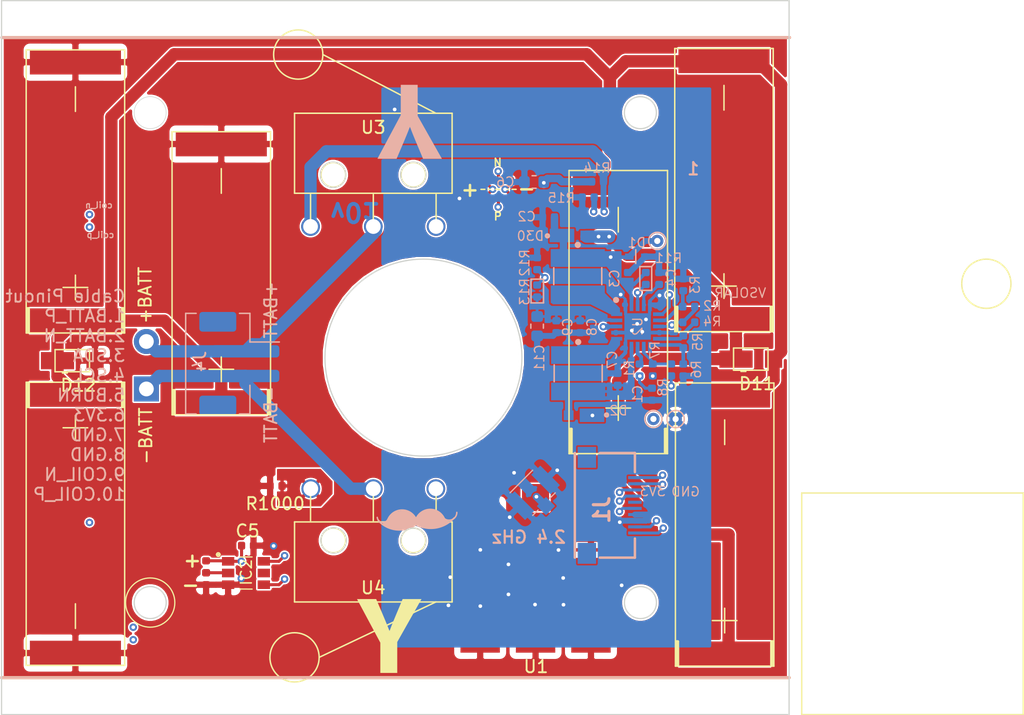
<source format=kicad_pcb>
(kicad_pcb (version 20171130) (host pcbnew "(5.1.4-0-10_14)")
  (layers (0 Top signal) (1 In1.Cu signal hide) (2 In2.Cu signal hide) (3 In3.Cu signal hide) (4 In4.Cu signal hide) (31 Bottom signal hide) (34 B.Paste user hide) (35 F.Paste user) (36 B.SilkS user hide) (37 F.SilkS user) (38 B.Mask user hide) (39 F.Mask user) (44 Edge.Cuts user))
  (net 0 "")
  (net 1 "Net-(D11-Pad2)")
  (net 2 GND)
  (net 3 VOUT_EN)
  (net 4 VSOLAR)
  (net 5 "Net-(C4-Pad1)")
  (net 6 +3V3)
  (net 7 /VBAT)
  (net 8 "Net-(C11-Pad1)")
  (net 9 "Net-(IC2-Pad2)")
  (net 10 SCL1)
  (net 11 SDA1)
  (net 12 COIL_N)
  (net 13 BATT_N)
  (net 14 BATT_P)
  (net 15 "Net-(L1-Pad2)")
  (net 16 "Net-(L2-Pad1)")
  (net 17 VBAT_OK)
  (net 18 "Net-(R5-Pad1)")
  (net 19 COIL_P)
  (net 20 /coil)
  (net 21 "Net-(R2-Pad2)")
  (net 22 "Net-(R2-Pad1)")
  (net 23 "Net-(R4-Pad1)")
  (net 24 "Net-(R11-Pad1)")
  (net 25 "Net-(J2-Pad3)")
  (net 26 "Net-(J3-Pad2)")
  (net 27 "Net-(J3-Pad1)")
  (net 28 "Net-(C7-Pad1)")
  (net 29 /VSOLAR_FULL)
  (net 30 "Net-(R7-Pad2)")
  (net 31 "Net-(R1000-Pad1)")
  (module custom-footprints:XF2M-1015-1A (layer Bottom) (at 164.45 111 90)
    (fp_text reference J1 (at -0.37186 -2.68404 90) (layer B.SilkS) (effects (font (size 1.27 1.27) (thickness 0.254)) (justify mirror)))
    (fp_text value XF2M-1015-1A hide)
    (pad 12 smd rect (at 3.9 -3.9) (size 1.5 1.7) (layers Bottom B.Paste B.Mask))
    (pad 11 smd rect (at -3.9 -3.9) (size 1.5 1.7) (layers Bottom B.Paste B.Mask))
    (pad 1 smd rect (at 2.25 0 90) (size 0.25 1.1) (layers Bottom B.Paste B.Mask) (net 14 BATT_P))
    (pad 2 smd rect (at 1.75 0 90) (size 0.25 1.1) (layers Bottom B.Paste B.Mask) (net 13 BATT_N))
    (pad 3 smd rect (at 1.25 0 90) (size 0.25 1.1) (layers Bottom B.Paste B.Mask) (net 11 SDA1))
    (pad 4 smd rect (at 0.75 0 90) (size 0.25 1.1) (layers Bottom B.Paste B.Mask) (net 10 SCL1))
    (pad 5 smd rect (at 0.25 0 90) (size 0.25 1.1) (layers Bottom B.Paste B.Mask))
    (pad 6 smd rect (at -0.25 0 90) (size 0.25 1.1) (layers Bottom B.Paste B.Mask) (net 6 +3V3))
    (pad 7 smd rect (at -0.75 0 90) (size 0.25 1.1) (layers Bottom B.Paste B.Mask) (net 2 GND))
    (pad 8 smd rect (at -1.25 0 90) (size 0.25 1.1) (layers Bottom B.Paste B.Mask) (net 2 GND))
    (pad 9 smd rect (at -1.75 0 90) (size 0.25 1.1) (layers Bottom B.Paste B.Mask) (net 12 COIL_N))
    (pad 10 smd rect (at -2.25 0 90) (size 0.25 1.1) (layers Bottom B.Paste B.Mask) (net 19 COIL_P))
  )
  (module "SolarCellParts:SB Diode" (layer Top) (at 118.745 99.2505)
    (fp_text reference D12 (at 0.5 2) (layer F.SilkS))
    (fp_text value SBDiode)
    (pad 2 smd rect (at 1.85 0) (size 1.4 1.4) (layers Top F.Paste F.Mask) (net 2 GND))
    (pad 1 smd rect (at -1.2 0) (size 2.7 1.4) (layers Top F.Paste F.Mask) (net 1 "Net-(D11-Pad2)"))
  )
  (module "SolarCellParts:SB Diode" (layer Top) (at 173.863 99.1235)
    (fp_text reference D11 (at 0.5 2) (layer F.SilkS))
    (fp_text value SBDiode)
    (pad 2 smd rect (at 1.85 0) (size 1.4 1.4) (layers Top F.Paste F.Mask) (net 1 "Net-(D11-Pad2)"))
    (pad 1 smd rect (at -1.2 0) (size 2.7 1.4) (layers Top F.Paste F.Mask) (net 29 /VSOLAR_FULL))
  )
  (module custom-footprints:KXOB25-05X3F (layer Top) (at 163.09848 105.8 90)
    (fp_text reference SC3 hide)
    (fp_text value SolarCell_Small)
    (pad 2 smd rect (at 21 0 90) (size 2 7.4) (layers Top F.Paste F.Mask) (net 1 "Net-(D11-Pad2)"))
    (pad 1 smd rect (at 0 0 90) (size 2 7.4) (layers Top F.Paste F.Mask) (net 29 /VSOLAR_FULL))
  )
  (module custom-footprints:SCREWTERMINAL-3.5MM-2_LOCK (layer Bottom) (at 124.7648 101.36886 90)
    (fp_text reference J3 hide)
    (fp_text value "BATTERY CONNECTOR")
    (pad 2 thru_hole circle (at 3.6778 0 90) (size 2.032 2.032) (drill 1.2) (layers *.Cu *.Mask) (net 26 "Net-(J3-Pad2)"))
    (pad 1 thru_hole rect (at -0.1778 0 90) (size 2.032 2.032) (drill 1.2) (layers *.Cu *.Mask) (net 27 "Net-(J3-Pad1)"))
  )
  (module TestPoint:TestPoint_THTPad_D1.0mm_Drill0.5mm (layer Bottom) (at 166.26772 89.52346)
    (fp_text reference TP3 hide)
    (fp_text value TP)
    (pad 1 thru_hole circle (at 0 0) (size 1 1) (drill 0.5) (layers *.Cu *.Mask) (net 4 VSOLAR))
  )
  (module TestPoint:TestPoint_THTPad_D1.0mm_Drill0.5mm (layer Bottom) (at 167.7587 103.9913 90)
    (fp_text reference TP2 hide)
    (fp_text value TP)
    (pad 1 thru_hole circle (at 0 0 90) (size 1 1) (drill 0.5) (layers *.Cu *.Mask) (net 2 GND))
  )
  (module TestPoint:TestPoint_THTPad_D1.0mm_Drill0.5mm (layer Bottom) (at 165.95276 103.98622 90)
    (fp_text reference TP1 hide)
    (fp_text value TP)
    (pad 1 thru_hole circle (at 0 0 90) (size 1 1) (drill 0.5) (layers *.Cu *.Mask) (net 6 +3V3))
  )
  (module Connector_JST:JST_PH_B2B-PH-SM4-TB_1x02-1MP_P2.00mm_Vertical (layer Bottom) (at 132.31622 99.4918 270)
    (fp_text reference J4 (at -0.1778 3.22072 270) (layer B.SilkS) (effects (justify mirror)))
    (fp_text value B2B-PH-SM4-TB_LF__SN_)
    (pad MP smd roundrect (at 3.4 1.75 270) (size 1.6 3) (layers Bottom B.Paste B.Mask) (roundrect_rratio 0.15625))
    (pad MP smd roundrect (at -3.4 1.75 270) (size 1.6 3) (layers Bottom B.Paste B.Mask) (roundrect_rratio 0.15625))
    (pad 2 smd roundrect (at 1 -0.5 270) (size 1 5.5) (layers Bottom B.Paste B.Mask) (net 27 "Net-(J3-Pad1)"))
    (pad 1 smd roundrect (at -1 -0.5 270) (size 1 5.5) (layers Bottom B.Paste B.Mask) (net 26 "Net-(J3-Pad2)"))
  )
  (module solarpcb:D2F-L2 (layer Top) (at 143.2 109.65 180)
    (fp_text reference U4 (at 0 -8.05) (layer F.SilkS))
    (fp_text value SW_SPDT)
    (pad 3 thru_hole circle (at 5.08 0 180) (size 1.524 1.524) (drill 1.2) (layers *.Cu *.Mask) (net 31 "Net-(R1000-Pad1)"))
    (pad 2 thru_hole circle (at 0 0 180) (size 1.524 1.524) (drill 1.2) (layers *.Cu *.Mask) (net 27 "Net-(J3-Pad1)"))
    (pad 1 thru_hole circle (at -5.08 0 180) (size 1.524 1.524) (drill 1.2) (layers *.Cu *.Mask))
  )
  (module solarpcb:D2F-L2-2 (layer Top) (at 143.2 88.35)
    (fp_text reference U3 (at 0 -8.05) (layer F.SilkS))
    (fp_text value SW_SPDT)
    (pad 1 thru_hole circle (at 5.1 0) (size 1.524 1.524) (drill 1.2) (layers *.Cu *.Mask))
    (pad 2 thru_hole circle (at 0 0) (size 1.524 1.524) (drill 1.2) (layers *.Cu *.Mask) (net 26 "Net-(J3-Pad2)"))
    (pad 3 thru_hole circle (at -5.1 0) (size 1.524 1.524) (drill 1.2) (layers *.Cu *.Mask) (net 14 BATT_P))
  )
  (module custom-footprints:TSL2561 (layer Top) (at 132.8546 116.4987)
    (fp_text reference IC2 (at 0.0254 -0.0635 270) (layer F.SilkS) (effects (font (size 0.889 0.889) (thickness 0.127))))
    (fp_text value TSL2561 hide)
    (pad 6 smd rect (at 1.45 -0.95 90) (size 0.7 1) (layers Top F.Paste F.Mask) (net 11 SDA1))
    (pad 5 smd rect (at 1.45 0 90) (size 0.7 1) (layers Top F.Paste F.Mask))
    (pad 4 smd rect (at 1.45 0.95 90) (size 0.7 1) (layers Top F.Paste F.Mask) (net 10 SCL1))
    (pad 3 smd rect (at -1.45 0.95 90) (size 0.7 1) (layers Top F.Paste F.Mask) (net 2 GND))
    (pad 2 smd rect (at -1.45 0 90) (size 0.7 1) (layers Top F.Paste F.Mask) (net 9 "Net-(IC2-Pad2)"))
    (pad 1 smd rect (at -1.45 -0.95 90) (size 0.7 1) (layers Top F.Paste F.Mask) (net 6 +3V3))
  )
  (module custom-footprints:SWLP-12-B (layer Top) (at 156.38018 116.87048 180)
    (fp_text reference U1 (at -0.03302 -7.23392 180) (layer F.SilkS))
    (fp_text value SWLP.12.B)
    (pad 1 smd rect (at -4.5 -4.5 180) (size 3.2 3.2) (layers Top F.Paste F.Mask) (net 2 GND))
    (pad 2 smd rect (at 0 -4.5 180) (size 3.2 3.2) (layers Top F.Paste F.Mask) (net 2 GND))
    (pad 3 smd rect (at 4.5 -4.5 180) (size 3.2 3.2) (layers Top F.Paste F.Mask) (net 2 GND))
    (pad 4 smd rect (at -4.5 0 180) (size 3.2 3.2) (layers Top F.Paste F.Mask) (net 2 GND))
    (pad 5 smd rect (at 0 0 180) (size 3.2 3.2) (layers Top F.Paste F.Mask) (net 2 GND))
    (pad 6 smd rect (at 4.5 0 180) (size 3.2 3.2) (layers Top F.Paste F.Mask) (net 2 GND))
    (pad 7 smd rect (at -4.5 4.5 180) (size 3.2 3.2) (layers Top F.Paste F.Mask) (net 2 GND))
    (pad 8 smd rect (at 0 6.5 180) (size 2.2 2.2) (layers Top F.Paste F.Mask) (net 25 "Net-(J2-Pad3)"))
    (pad 9 smd rect (at 4.5 4.5 180) (size 3.2 3.2) (layers Top F.Paste F.Mask) (net 2 GND))
  )
  (module custom-footprints:KXOB25-05X3F (layer Top) (at 119 96 90)
    (fp_text reference SC6 hide)
    (fp_text value SolarCell_Small)
    (pad 2 smd rect (at 21 0 90) (size 2 7.4) (layers Top F.Paste F.Mask) (net 2 GND))
    (pad 1 smd rect (at 0 0 90) (size 2 7.4) (layers Top F.Paste F.Mask) (net 1 "Net-(D11-Pad2)"))
  )
  (module custom-footprints:KXOB25-05X3F (layer Top) (at 171.7421 123.063 90)
    (fp_text reference SC5 hide)
    (fp_text value SolarCell_Small)
    (pad 2 smd rect (at 21 0 90) (size 2 7.4) (layers Top F.Paste F.Mask) (net 1 "Net-(D11-Pad2)"))
    (pad 1 smd rect (at 0 0 90) (size 2 7.4) (layers Top F.Paste F.Mask) (net 29 /VSOLAR_FULL))
  )
  (module custom-footprints:KXOB25-05X3F (layer Top) (at 130.85 102.65 90)
    (fp_text reference SC4 hide)
    (fp_text value SolarCell_Small)
    (pad 2 smd rect (at 21 0 90) (size 2 7.4) (layers Top F.Paste F.Mask) (net 2 GND))
    (pad 1 smd rect (at 0 0 90) (size 2 7.4) (layers Top F.Paste F.Mask) (net 1 "Net-(D11-Pad2)"))
  )
  (module custom-footprints:KXOB25-05X3F (layer Top) (at 119 102 270)
    (fp_text reference SC2 hide)
    (fp_text value SolarCell_Small)
    (pad 2 smd rect (at 21 0 270) (size 2 7.4) (layers Top F.Paste F.Mask) (net 2 GND))
    (pad 1 smd rect (at 0 0 270) (size 2 7.4) (layers Top F.Paste F.Mask) (net 1 "Net-(D11-Pad2)"))
  )
  (module custom-footprints:KXOB25-05X3F (layer Top) (at 171.68622 95.89008 90)
    (fp_text reference SC1 hide)
    (fp_text value SolarCell_Small)
    (pad 2 smd rect (at 21 0 90) (size 2 7.4) (layers Top F.Paste F.Mask) (net 1 "Net-(D11-Pad2)"))
    (pad 1 smd rect (at 0 0 90) (size 2 7.4) (layers Top F.Paste F.Mask) (net 29 /VSOLAR_FULL))
  )
  (module solarpcb:MICROSMP (layer Bottom) (at 159.1735 89.0815)
    (fp_text reference D30 (at -3.2131 0.0381) (layer B.SilkS) (effects (font (size 0.762 0.762) (thickness 0.1016)) (justify mirror)))
    (fp_text value MSS1P4-M3_89A hide)
    (pad 1 smd rect (at -0.65 0 270) (size 1.1 2) (layers Bottom B.Paste B.Mask) (net 4 VSOLAR))
    (pad 2 smd rect (at 1.25 0 270) (size 0.8 0.8) (layers Bottom B.Paste B.Mask) (net 29 /VSOLAR_FULL))
  )
  (module Resistor_SMD:R_0402_1005Metric (layer Top) (at 135.3 109.425 180)
    (fp_text reference R1000 (at 0.0762 -1.4478) (layer F.SilkS))
    (fp_text value 0)
    (pad 1 smd roundrect (at -0.485 0 180) (size 0.59 0.64) (layers Top F.Paste F.Mask) (net 31 "Net-(R1000-Pad1)"))
    (pad 2 smd roundrect (at 0.485 0 180) (size 0.59 0.64) (layers Top F.Paste F.Mask) (net 2 GND))
  )
  (module custom-footprints:ypanel (layer Bottom) (at 163.01212 80.81264)
    (fp_text reference Ref** hide)
    (fp_text value Val** hide)
  )
  (module custom-footprints:ypanel (layer Top) (at 161.3535 120.65)
    (fp_text reference Ref** hide)
    (fp_text value Val** hide)
  )
  (module Capacitor_SMD:C_0402_1005Metric (layer Top) (at 132.9816 114.2762 180)
    (fp_text reference C5 (at 0 1.1938) (layer F.SilkS))
    (fp_text value 0.1uF)
    (pad 2 smd roundrect (at 0.485 0 180) (size 0.59 0.64) (layers Top F.Paste F.Mask) (net 6 +3V3))
    (pad 1 smd roundrect (at -0.485 0 180) (size 0.59 0.64) (layers Top F.Paste F.Mask) (net 2 GND))
  )
  (module custom-footprints:U.FL-R-SMT-1 (layer Bottom) (at 156.1465 109.982 225)
    (fp_text reference J2 hide)
    (fp_text value U.FL-R-SMT-1 hide)
    (pad 3 smd rect (at 0 -1.525 135) (size 1.05 1.05) (layers Bottom B.Paste B.Mask) (net 25 "Net-(J2-Pad3)"))
    (pad 2 smd rect (at 1.475001 0 225) (size 1.05 2.25) (layers Bottom B.Paste B.Mask) (net 2 GND))
    (pad 1 smd rect (at -1.475001 0 225) (size 1.05 2.25) (layers Bottom B.Paste B.Mask) (net 2 GND))
  )
  (module Resistor_SMD:R_0402_1005Metric (layer Top) (at 153.847 84.6336 180)
    (fp_text reference R19 hide)
    (fp_text value 0)
    (pad 2 smd roundrect (at 0.485 0 180) (size 0.59 0.64) (layers Top F.Paste F.Mask) (net 12 COIL_N))
    (pad 1 smd roundrect (at -0.485 0 180) (size 0.59 0.64) (layers Top F.Paste F.Mask) (net 20 /coil))
  )
  (module Resistor_SMD:R_0402_1005Metric (layer Top) (at 152.87672 84.6336 180)
    (fp_text reference R16 hide)
    (fp_text value 0)
    (pad 2 smd roundrect (at 0.485 0 180) (size 0.59 0.64) (layers Top F.Paste F.Mask) (net 20 /coil))
    (pad 1 smd roundrect (at -0.485 0 180) (size 0.59 0.64) (layers Top F.Paste F.Mask) (net 12 COIL_N))
  )
  (module Resistor_SMD:R_0402_1005Metric (layer Top) (at 153.847 86.0306 180)
    (fp_text reference R10 hide)
    (fp_text value 0)
    (pad 2 smd roundrect (at 0.485 0 180) (size 0.59 0.64) (layers Top F.Paste F.Mask) (net 19 COIL_P))
    (pad 1 smd roundrect (at -0.485 0 180) (size 0.59 0.64) (layers Top F.Paste F.Mask) (net 20 /coil))
  )
  (module Resistor_SMD:R_0402_1005Metric (layer Top) (at 152.87672 86.0306 180)
    (fp_text reference R9 hide)
    (fp_text value 0)
    (pad 2 smd roundrect (at 0.485 0 180) (size 0.59 0.64) (layers Top F.Paste F.Mask) (net 20 /coil))
    (pad 1 smd roundrect (at -0.485 0 180) (size 0.59 0.64) (layers Top F.Paste F.Mask) (net 19 COIL_P))
  )
  (module Resistor_SMD:R_0402_1005Metric (layer Top) (at 129.6161 116.9662 90)
    (fp_text reference R18 hide)
    (fp_text value 0)
    (pad 2 smd roundrect (at 0.485 0 90) (size 0.59 0.64) (layers Top F.Paste F.Mask) (net 9 "Net-(IC2-Pad2)"))
    (pad 1 smd roundrect (at -0.485 0 90) (size 0.59 0.64) (layers Top F.Paste F.Mask) (net 2 GND))
  )
  (module Resistor_SMD:R_0402_1005Metric (layer Top) (at 129.6161 115.9907 90)
    (fp_text reference R17 hide)
    (fp_text value 0)
    (pad 2 smd roundrect (at 0.485 0 90) (size 0.59 0.64) (layers Top F.Paste F.Mask) (net 6 +3V3))
    (pad 1 smd roundrect (at -0.485 0 90) (size 0.59 0.64) (layers Top F.Paste F.Mask) (net 9 "Net-(IC2-Pad2)"))
  )
  (module Capacitor_SMD:C_0603_1608Metric (layer Bottom) (at 156.2608 84.7344 180)
    (fp_text reference C6 (at 2.3368 0 180) (layer B.SilkS) (effects (font (size 0.762 0.762) (thickness 0.1016)) (justify mirror)))
    (fp_text value 100uF)
    (pad 2 smd roundrect (at 0.7875 0 180) (size 0.875 0.95) (layers Bottom B.Paste B.Mask) (net 2 GND))
    (pad 1 smd roundrect (at -0.7875 0 180) (size 0.875 0.95) (layers Bottom B.Paste B.Mask) (net 7 /VBAT))
  )
  (module Capacitor_SMD:C_0402_1005Metric (layer Bottom) (at 158.066844 96.49066 270)
    (fp_text reference C9 (at 0.02034 -0.916156 90) (layer B.SilkS) (effects (font (size 0.762 0.762) (thickness 0.1016)) (justify mirror)))
    (fp_text value 0.1uF)
    (pad 2 smd roundrect (at 0.485 0 270) (size 0.59 0.64) (layers Bottom B.Paste B.Mask) (net 2 GND))
    (pad 1 smd roundrect (at -0.485 0 270) (size 0.59 0.64) (layers Bottom B.Paste B.Mask) (net 8 "Net-(C11-Pad1)"))
  )
  (module misc-circuits:SOD523 (layer Bottom) (at 164.5995 90.796)
    (fp_text reference D1 (at -0.8159 -1.5748) (layer B.SilkS) (effects (font (size 0.762 0.762) (thickness 0.1016)) (justify right top mirror)))
    (fp_text value SDM20U40-7)
    (pad C smd rect (at -0.6 0) (size 0.7 0.5) (layers Bottom B.Paste B.Mask) (net 4 VSOLAR))
    (pad A smd rect (at 0.7 0) (size 0.7 0.5) (layers Bottom B.Paste B.Mask) (net 2 GND))
  )
  (module misc-circuits:QFN50P350X350X100-21N-D (layer Bottom) (at 164.670844 96.47066 270)
    (fp_text reference U2 (at 0 0 90) (layer B.SilkS) (effects (font (size 0.762 0.762) (thickness 0.1016)) (justify mirror)))
    (fp_text value Value hide)
    (pad 21 smd rect (at 0 0 270) (size 2.15 2.15) (layers Bottom B.Paste B.Mask) (net 2 GND))
    (pad 20 smd rect (at -1 1.7 270) (size 0.3 0.9) (layers Bottom B.Paste B.Mask) (net 15 "Net-(L1-Pad2)"))
    (pad 19 smd rect (at -0.5 1.7 270) (size 0.3 0.9) (layers Bottom B.Paste B.Mask) (net 8 "Net-(C11-Pad1)"))
    (pad 18 smd rect (at 0 1.7 270) (size 0.3 0.9) (layers Bottom B.Paste B.Mask) (net 7 /VBAT))
    (pad 17 smd rect (at 0.5 1.7 270) (size 0.3 0.9) (layers Bottom B.Paste B.Mask) (net 2 GND))
    (pad 16 smd rect (at 1 1.7 270) (size 0.3 0.9) (layers Bottom B.Paste B.Mask) (net 16 "Net-(L2-Pad1)"))
    (pad 15 smd rect (at 1.7 1 180) (size 0.3 0.9) (layers Bottom B.Paste B.Mask) (net 2 GND))
    (pad 14 smd rect (at 1.7 0.5 180) (size 0.3 0.9) (layers Bottom B.Paste B.Mask) (net 28 "Net-(C7-Pad1)"))
    (pad 13 smd rect (at 1.7 0 180) (size 0.3 0.9) (layers Bottom B.Paste B.Mask) (net 17 VBAT_OK))
    (pad 12 smd rect (at 1.7 -0.5 180) (size 0.3 0.9) (layers Bottom B.Paste B.Mask) (net 30 "Net-(R7-Pad2)"))
    (pad 11 smd rect (at 1.7 -1 180) (size 0.3 0.9) (layers Bottom B.Paste B.Mask) (net 18 "Net-(R5-Pad1)"))
    (pad 10 smd rect (at 1 -1.7 270) (size 0.3 0.9) (layers Bottom B.Paste B.Mask) (net 23 "Net-(R4-Pad1)"))
    (pad 9 smd rect (at 0.5 -1.7 270) (size 0.3 0.9) (layers Bottom B.Paste B.Mask) (net 2 GND))
    (pad 8 smd rect (at 0 -1.7 270) (size 0.3 0.9) (layers Bottom B.Paste B.Mask) (net 21 "Net-(R2-Pad2)"))
    (pad 7 smd rect (at -0.5 -1.7 270) (size 0.3 0.9) (layers Bottom B.Paste B.Mask) (net 22 "Net-(R2-Pad1)"))
    (pad 6 smd rect (at -1 -1.7 270) (size 0.3 0.9) (layers Bottom B.Paste B.Mask) (net 3 VOUT_EN))
    (pad 5 smd rect (at -1.7 -1 180) (size 0.3 0.9) (layers Bottom B.Paste B.Mask) (net 2 GND))
    (pad 4 smd rect (at -1.7 -0.5 180) (size 0.3 0.9) (layers Bottom B.Paste B.Mask) (net 5 "Net-(C4-Pad1)"))
    (pad 3 smd rect (at -1.7 0 180) (size 0.3 0.9) (layers Bottom B.Paste B.Mask) (net 24 "Net-(R11-Pad1)"))
    (pad 2 smd rect (at -1.7 0.5 180) (size 0.3 0.9) (layers Bottom B.Paste B.Mask) (net 4 VSOLAR))
    (pad 1 smd rect (at -1.7 1 180) (size 0.3 0.9) (layers Bottom B.Paste B.Mask) (net 2 GND))
  )
  (module custom-footprints:MICROSMP (layer Bottom) (at 160.3165 103.6865 180)
    (fp_text reference D2 (at -2.794 0.381 180) (layer B.SilkS) (effects (font (size 0.762 0.762) (thickness 0.1016)) (justify mirror)))
    (fp_text value MSS1P4-M3_89A hide)
    (pad 2 smd rect (at 1.25 0 90) (size 0.8 0.8) (layers Bottom B.Paste B.Mask) (net 28 "Net-(C7-Pad1)"))
    (pad 1 smd rect (at -0.65 0 90) (size 1.1 2) (layers Bottom B.Paste B.Mask) (net 6 +3V3))
  )
  (module Resistor_SMD:R_0402_1005Metric (layer Bottom) (at 168.381 93.082 270)
    (fp_text reference R3 (at 0 -0.9525 270) (layer B.SilkS) (effects (font (size 0.762 0.762) (thickness 0.1016)) (justify mirror)))
    (fp_text value 5.62M)
    (pad 2 smd roundrect (at 0.485 0 270) (size 0.59 0.64) (layers Bottom B.Paste B.Mask) (net 22 "Net-(R2-Pad1)"))
    (pad 1 smd roundrect (at -0.485 0 270) (size 0.59 0.64) (layers Bottom B.Paste B.Mask) (net 2 GND))
  )
  (module Resistor_SMD:R_0402_1005Metric (layer Bottom) (at 168.8255 94.86)
    (fp_text reference R2 (at 1.905 -0.0635 180) (layer B.SilkS) (effects (font (size 0.762 0.762) (thickness 0.1016)) (justify mirror)))
    (fp_text value 7.32M)
    (pad 2 smd roundrect (at 0.485 0) (size 0.59 0.64) (layers Bottom B.Paste B.Mask) (net 21 "Net-(R2-Pad2)"))
    (pad 1 smd roundrect (at -0.485 0) (size 0.59 0.64) (layers Bottom B.Paste B.Mask) (net 22 "Net-(R2-Pad1)"))
  )
  (module Resistor_SMD:R_0402_1005Metric (layer Bottom) (at 156.5065 93.59 90)
    (fp_text reference R13 (at -0.0635 -1.016 90) (layer B.SilkS) (effects (font (size 0.762 0.762) (thickness 0.1016)) (justify mirror)))
    (fp_text value 0)
    (pad 2 smd roundrect (at 0.485 0 90) (size 0.59 0.64) (layers Bottom B.Paste B.Mask) (net 24 "Net-(R11-Pad1)"))
    (pad 1 smd roundrect (at -0.485 0 90) (size 0.59 0.64) (layers Bottom B.Paste B.Mask) (net 8 "Net-(C11-Pad1)"))
  )
  (module Capacitor_SMD:C_0402_1005Metric (layer Bottom) (at 159.999 96.49066 270)
    (fp_text reference C8 (at 0.02034 -0.9525 90) (layer B.SilkS) (effects (font (size 0.762 0.762) (thickness 0.1016)) (justify mirror)))
    (fp_text value 4.7uF)
    (pad 2 smd roundrect (at 0.485 0 270) (size 0.59 0.64) (layers Bottom B.Paste B.Mask) (net 2 GND))
    (pad 1 smd roundrect (at -0.485 0 270) (size 0.59 0.64) (layers Bottom B.Paste B.Mask) (net 8 "Net-(C11-Pad1)"))
  )
  (module Resistor_SMD:R_0402_1005Metric (layer Bottom) (at 168.8255 96.13 180)
    (fp_text reference R4 (at -1.905 0.0635 180) (layer B.SilkS) (effects (font (size 0.762 0.762) (thickness 0.1016)) (justify mirror)))
    (fp_text value 374K)
    (pad 2 smd roundrect (at 0.485 0 180) (size 0.59 0.64) (layers Bottom B.Paste B.Mask) (net 21 "Net-(R2-Pad2)"))
    (pad 1 smd roundrect (at -0.485 0 180) (size 0.59 0.64) (layers Bottom B.Paste B.Mask) (net 23 "Net-(R4-Pad1)"))
  )
  (module Resistor_SMD:R_0402_1005Metric (layer Bottom) (at 167.4 100 270)
    (fp_text reference R8 (at 1.41224 0.68834 270) (layer B.SilkS) (effects (font (size 0.762 0.762) (thickness 0.1016)) (justify mirror)))
    (fp_text value 8.25M)
    (pad 2 smd roundrect (at 0.485 0 270) (size 0.59 0.64) (layers Bottom B.Paste B.Mask) (net 21 "Net-(R2-Pad2)"))
    (pad 1 smd roundrect (at -0.485 0 270) (size 0.59 0.64) (layers Bottom B.Paste B.Mask) (net 30 "Net-(R7-Pad2)"))
  )
  (module Resistor_SMD:R_0402_1005Metric (layer Bottom) (at 168.381 100.0035 90)
    (fp_text reference R6 (at 0.04318 1.05156 90) (layer B.SilkS) (effects (font (size 0.762 0.762) (thickness 0.1016)) (justify mirror)))
    (fp_text value 4.53M)
    (pad 2 smd roundrect (at 0.485 0 90) (size 0.59 0.64) (layers Bottom B.Paste B.Mask) (net 18 "Net-(R5-Pad1)"))
    (pad 1 smd roundrect (at -0.485 0 90) (size 0.59 0.64) (layers Bottom B.Paste B.Mask) (net 2 GND))
  )
  (module Resistor_SMD:R_0402_1005Metric (layer Bottom) (at 165.9 100 90)
    (fp_text reference R7 (at 1.60274 0.17018 90) (layer B.SilkS) (effects (font (size 0.762 0.762) (thickness 0.1016)) (justify mirror)))
    (fp_text value 4.75M)
    (pad 2 smd roundrect (at 0.485 0 90) (size 0.59 0.64) (layers Bottom B.Paste B.Mask) (net 30 "Net-(R7-Pad2)"))
    (pad 1 smd roundrect (at -0.485 0 90) (size 0.59 0.64) (layers Bottom B.Paste B.Mask) (net 2 GND))
  )
  (module Resistor_SMD:R_0402_1005Metric (layer Bottom) (at 168.381 97.7175 90)
    (fp_text reference R5 (at 0 1.17 90) (layer B.SilkS) (effects (font (size 0.762 0.762) (thickness 0.1016)) (justify mirror)))
    (fp_text value 8.25M)
    (pad 2 smd roundrect (at 0.485 0 90) (size 0.59 0.64) (layers Bottom B.Paste B.Mask) (net 23 "Net-(R4-Pad1)"))
    (pad 1 smd roundrect (at -0.485 0 90) (size 0.59 0.64) (layers Bottom B.Paste B.Mask) (net 18 "Net-(R5-Pad1)"))
  )
  (module Resistor_SMD:R_0402_1005Metric (layer Bottom) (at 165.333 92.574 90)
    (fp_text reference R11 (at 1.651 1.84658 180) (layer B.SilkS) (effects (font (size 0.762 0.762) (thickness 0.1016)) (justify mirror)))
    (fp_text value 0)
    (pad 2 smd roundrect (at 0.485 0 90) (size 0.59 0.64) (layers Bottom B.Paste B.Mask) (net 4 VSOLAR))
    (pad 1 smd roundrect (at -0.485 0 90) (size 0.59 0.64) (layers Bottom B.Paste B.Mask) (net 24 "Net-(R11-Pad1)"))
  )
  (module Resistor_SMD:R_0402_1005Metric (layer Bottom) (at 156.5065 91.3675 270)
    (fp_text reference R12 (at -0.0635 1.016 90) (layer B.SilkS) (effects (font (size 0.762 0.762) (thickness 0.1016)) (justify mirror)))
    (fp_text value 0)
    (pad 2 smd roundrect (at 0.485 0 270) (size 0.59 0.64) (layers Bottom B.Paste B.Mask) (net 24 "Net-(R11-Pad1)"))
    (pad 1 smd roundrect (at -0.485 0 270) (size 0.59 0.64) (layers Bottom B.Paste B.Mask) (net 2 GND))
  )
  (module Resistor_SMD:R_0402_1005Metric (layer Bottom) (at 161.417 84.709 180)
    (fp_text reference R14 (at 0.0508 1.1176) (layer B.SilkS) (effects (font (size 0.762 0.762) (thickness 0.1016)) (justify mirror)))
    (fp_text value 0)
    (pad 2 smd roundrect (at 0.485 0 180) (size 0.59 0.64) (layers Bottom B.Paste B.Mask) (net 7 /VBAT))
    (pad 1 smd roundrect (at -0.485 0 180) (size 0.59 0.64) (layers Bottom B.Paste B.Mask) (net 14 BATT_P))
  )
  (module Resistor_SMD:R_0402_1005Metric (layer Bottom) (at 160.655 85.979 180)
    (fp_text reference R15 (at 2.1844 -0.0508 180) (layer B.SilkS) (effects (font (size 0.762 0.762) (thickness 0.1016)) (justify mirror)))
    (fp_text value 0)
    (pad 2 smd roundrect (at 0.485 0 180) (size 0.59 0.64) (layers Bottom B.Paste B.Mask) (net 2 GND))
    (pad 1 smd roundrect (at -0.485 0 180) (size 0.59 0.64) (layers Bottom B.Paste B.Mask) (net 13 BATT_N))
  )
  (module Resistor_SMD:R_0402_1005Metric (layer Bottom) (at 164.825 100.0035 270)
    (fp_text reference R1 (at -0.0635 0.8255 90) (layer B.SilkS) (effects (font (size 0.762 0.762) (thickness 0.1016)) (justify mirror)))
    (fp_text value 0)
    (pad 2 smd roundrect (at 0.485 0 270) (size 0.59 0.64) (layers Bottom B.Paste B.Mask) (net 3 VOUT_EN))
    (pad 1 smd roundrect (at -0.485 0 270) (size 0.59 0.64) (layers Bottom B.Paste B.Mask) (net 17 VBAT_OK))
  )
  (module misc-circuits:LPS4018 (layer Bottom) (at 159.84152 100.27274 270)
    (fp_text reference L2 hide)
    (fp_text value 10uH-LPS4018-103MR hide)
    (pad 2 smd rect (at 1.47955 0 270) (size 1.4351 4.3942) (layers Bottom B.Paste B.Mask) (net 28 "Net-(C7-Pad1)"))
    (pad 1 smd rect (at -1.47955 0 270) (size 1.4351 4.3942) (layers Bottom B.Paste B.Mask) (net 16 "Net-(L2-Pad1)"))
  )
  (module misc-circuits:LPS4018 (layer Bottom) (at 159.8085 92.3835 270)
    (fp_text reference L1 hide)
    (fp_text value 22uH-LPS4018-223MR hide)
    (pad 2 smd rect (at 1.47955 0 270) (size 1.4351 4.3942) (layers Bottom B.Paste B.Mask) (net 15 "Net-(L1-Pad2)"))
    (pad 1 smd rect (at -1.47955 0 270) (size 1.4351 4.3942) (layers Bottom B.Paste B.Mask) (net 4 VSOLAR))
  )
  (module Capacitor_SMD:C_0603_1608Metric (layer Bottom) (at 156.5065 96.4475 270)
    (fp_text reference C11 (at 2.6035 -0.1905 90) (layer B.SilkS) (effects (font (size 0.762 0.762) (thickness 0.1016)) (justify mirror)))
    (fp_text value 100uF)
    (pad 2 smd roundrect (at 0.7875 0 270) (size 0.875 0.95) (layers Bottom B.Paste B.Mask) (net 2 GND))
    (pad 1 smd roundrect (at -0.7875 0 270) (size 0.875 0.95) (layers Bottom B.Paste B.Mask) (net 8 "Net-(C11-Pad1)"))
  )
  (module Capacitor_SMD:C_0402_1005Metric (layer Bottom) (at 163.047 100.7655 90)
    (fp_text reference C7 (at 1.5875 -0.4445 90) (layer B.SilkS) (effects (font (size 0.762 0.762) (thickness 0.1016)) (justify mirror)))
    (fp_text value 22uF)
    (pad 2 smd roundrect (at 0.485 0 90) (size 0.59 0.64) (layers Bottom B.Paste B.Mask) (net 2 GND))
    (pad 1 smd roundrect (at -0.485 0 90) (size 0.59 0.64) (layers Bottom B.Paste B.Mask) (net 28 "Net-(C7-Pad1)"))
  )
  (module Capacitor_SMD:C_0402_1005Metric (layer Bottom) (at 166.4125 92.574 90)
    (fp_text reference C4 (at 0.0508 0.9779 90) (layer B.SilkS) (effects (font (size 0.762 0.762) (thickness 0.1016)) (justify mirror)))
    (fp_text value 10nF)
    (pad 2 smd roundrect (at 0.485 0 90) (size 0.59 0.64) (layers Bottom B.Paste B.Mask) (net 2 GND))
    (pad 1 smd roundrect (at -0.485 0 90) (size 0.59 0.64) (layers Bottom B.Paste B.Mask) (net 5 "Net-(C4-Pad1)"))
  )
  (module Capacitor_SMD:C_0402_1005Metric (layer Bottom) (at 157.4336 87.5956 180)
    (fp_text reference C2 (at 1.778 0.0508) (layer B.SilkS) (effects (font (size 0.762 0.762) (thickness 0.1016)) (justify mirror)))
    (fp_text value 0.1uF)
    (pad 2 smd roundrect (at 0.485 0 180) (size 0.59 0.64) (layers Bottom B.Paste B.Mask) (net 2 GND))
    (pad 1 smd roundrect (at -0.485 0 180) (size 0.59 0.64) (layers Bottom B.Paste B.Mask) (net 4 VSOLAR))
  )
  (module Capacitor_SMD:C_0402_1005Metric (layer Bottom) (at 163.8725 92.574 90)
    (fp_text reference C3 (at 0 -1.0795 90) (layer B.SilkS) (effects (font (size 0.762 0.762) (thickness 0.1016)) (justify mirror)))
    (fp_text value 4.7uF)
    (pad 2 smd roundrect (at 0.485 0 90) (size 0.59 0.64) (layers Bottom B.Paste B.Mask) (net 2 GND))
    (pad 1 smd roundrect (at -0.485 0 90) (size 0.59 0.64) (layers Bottom B.Paste B.Mask) (net 4 VSOLAR))
  )
  (module Capacitor_SMD:C_0402_1005Metric (layer Bottom) (at 165.841 101.972 270)
    (fp_text reference C1 (at 0 1.17 90) (layer B.SilkS) (effects (font (size 0.762 0.762) (thickness 0.1016)) (justify mirror)))
    (fp_text value 1.0uF)
    (pad 2 smd roundrect (at 0.485 0 270) (size 0.59 0.64) (layers Bottom B.Paste B.Mask) (net 2 GND))
    (pad 1 smd roundrect (at -0.485 0 270) (size 0.59 0.64) (layers Bottom B.Paste B.Mask) (net 3 VOUT_EN))
  )
  (gr_line (start 196 110) (end 178 110) (layer F.SilkS) (width 0.12))
  (gr_line (start 196 128) (end 196 110) (layer F.SilkS) (width 0.12))
  (gr_line (start 178 128) (end 196 128) (layer F.SilkS) (width 0.12))
  (gr_line (start 178 110) (end 178 128) (layer F.SilkS) (width 0.12))
  (gr_circle (center 193 93) (end 195 93) (layer F.SilkS) (width 0.12))
  (gr_circle (center 125.075 118.9) (end 127.075 118.9) (layer F.SilkS) (width 0.1))
  (gr_circle (center 147.271 99.000001) (end 139.271 99.000001) (layer Edge.Cuts) (width 0.1))
  (gr_circle (center 139.975 113.85) (end 138.945436 113.85) (layer Edge.Cuts) (width 0.1))
  (gr_circle (center 146.45 113.879564) (end 145.420436 113.879564) (layer Edge.Cuts) (width 0.1))
  (gr_circle (center 125.075 118.9) (end 126.375 118.9) (layer Edge.Cuts) (width 0.1))
  (gr_circle (center 139.929564 84.15) (end 138.9 84.15) (layer Edge.Cuts) (width 0.1))
  (gr_circle (center 146.45 84.15) (end 145.420436 84.15) (layer Edge.Cuts) (width 0.1))
  (gr_line (start 176.975 70) (end 176.975 128) (layer Edge.Cuts) (width 0.1))
  (gr_text 1 (at 169.1894 83.6676) (layer B.SilkS) (effects (font (size 1 1) (thickness 0.1778)) (justify mirror)))
  (gr_text "2.4 GHz" (at 155.829 113.5888) (layer B.SilkS) (effects (font (size 1 1) (thickness 0.1778)) (justify mirror)))
  (gr_text "Cable Pinout\n1.BATT_P\n2.BATT_N\n3.SDA\n4.SCL\n5.BURN\n6.3V3\n7.GND\n8.GND\n9.COIL_N\n10.COIL_P" (at 123.1392 102.0572) (layer B.SilkS) (effects (font (size 1 1)) (justify left mirror)))
  (gr_text GND (at 168.5667 109.89042) (layer B.SilkS) (effects (font (size 0.762 0.762) (thickness 0.1016)) (justify mirror)))
  (gr_text 3V3 (at 165.89716 109.86248) (layer B.SilkS) (effects (font (size 0.762 0.762) (thickness 0.1016)) (justify mirror)))
  (gr_text VSOLAR (at 173.00702 93.74886) (layer B.SilkS) (effects (font (size 0.762 0.762) (thickness 0.1016)) (justify mirror)))
  (gr_text - (at 128.35 117.4496) (layer F.SilkS) (effects (font (size 1.143 1.143) (thickness 0.2032))))
  (gr_text + (at 128.5 115.45) (layer F.SilkS) (effects (font (size 1.143 1.143) (thickness 0.2032))))
  (gr_line (start 164.5202 90.2372) (end 164.5202 91.3548) (layer B.SilkS) (width 0.12))
  (gr_line (start 165.8156 93.5392) (end 165.8156 91.6088) (layer B.SilkS) (width 0.12))
  (gr_line (start 164.8504 93.5392) (end 165.8156 93.5392) (layer B.SilkS) (width 0.12))
  (gr_line (start 164.8504 91.6088) (end 164.8504 93.5392) (layer B.SilkS) (width 0.12))
  (gr_line (start 165.8156 91.6088) (end 164.8504 91.6088) (layer B.SilkS) (width 0.12))
  (gr_line (start 156.0112 92.6248) (end 156.0112 94.5552) (layer B.SilkS) (width 0.12))
  (gr_line (start 157.0272 92.6248) (end 156.0112 92.6248) (layer B.SilkS) (width 0.12))
  (gr_line (start 157.0272 94.5552) (end 157.0272 92.6248) (layer B.SilkS) (width 0.12))
  (gr_line (start 156.0112 94.5552) (end 157.0272 94.5552) (layer B.SilkS) (width 0.12))
  (gr_line (start 165.8156 91.6088) (end 166.0696 91.304) (layer B.SilkS) (width 0.12))
  (gr_text "-BATT\n" (at 124.714 105.3592 90) (layer F.SilkS) (effects (font (size 1 1))))
  (gr_text +BATT (at 124.6632 93.9292 90) (layer F.SilkS) (effects (font (size 1 1))))
  (gr_line (start 113 125) (end 176.9872 125) (layer B.SilkS) (width 0.254))
  (gr_line (start 113.03 72.9996) (end 177.0172 72.9996) (layer B.SilkS) (width 0.254))
  (gr_line (start 113.03 72.9996) (end 177.0172 72.9996) (layer F.SilkS) (width 0.254))
  (gr_line (start 113 125) (end 176.9872 125) (layer F.SilkS) (width 0.254))
  (gr_circle (center 164.9 118.9) (end 166.2 118.9) (layer Edge.Cuts) (width 0.1))
  (gr_circle (center 125.0728 79.1) (end 126.3728 79.1) (layer Edge.Cuts) (width 0.05))
  (gr_circle (center 164.895 79.10248) (end 166.195 79.10248) (layer Edge.Cuts) (width 0.1))
  (gr_text coil_p (at 121.031 89.027) (layer B.SilkS) (effects (font (size 0.5 0.5) (thickness 0.1)) (justify mirror)))
  (gr_text coil_n (at 120.904 86.614) (layer B.SilkS) (effects (font (size 0.5 0.5) (thickness 0.1)) (justify mirror)))
  (gr_text v01 (at 141.732 87.1855 180) (layer Bottom) (effects (font (size 1.5 1.5) (thickness 0.3)) (justify mirror)))
  (gr_arc (start 145.321661 110.669111) (end 143.610774 112.254102) (angle -82.04197582) (layer B.SilkS) (width 0.12))
  (gr_arc (start 143.978431 111.932753) (end 143.521232 111.983552) (angle -141.654425) (layer B.SilkS) (width 0.12))
  (gr_arc (start 145.53692 112.63376) (end 146.679919 112.125761) (angle -134.2361015) (layer B.SilkS) (width 0.12))
  (gr_arc (start 147.865519 110.314361) (end 146.72252 112.60036) (angle -74.57783868) (layer B.SilkS) (width 0.12))
  (gr_arc (start 149.34752 111.57536) (end 148.96652 112.08336) (angle -126.8699157) (layer B.SilkS) (width 0.12))
  (gr_arc (start 147.82292 112.583359) (end 148.965919 112.07536) (angle -134.2361015) (layer B.SilkS) (width 0.12))
  (gr_text +BATT (at 134.874 95.123 90) (layer B.SilkS) (effects (font (size 1 1)) (justify mirror)))
  (gr_text "-BATT\n" (at 134.874 103.632 90) (layer B.SilkS) (effects (font (size 1 1)) (justify mirror)))
  (gr_line (start 176.975 70) (end 113 70) (layer Edge.Cuts) (width 0.1))
  (gr_line (start 113 128) (end 176.975 128) (layer Edge.Cuts) (width 0.1))
  (gr_line (start 113 70) (end 113 128) (layer Edge.Cuts) (width 0.1))
  (gr_text - (at 155.65 85.25) (layer F.SilkS) (effects (font (size 1.143 1.143) (thickness 0.2032))))
  (gr_text P (at 153.3136 87.5292) (layer F.SilkS) (effects (font (size 0.635 0.635) (thickness 0.127))))
  (gr_text N (at 153.3 83.1 180) (layer F.SilkS) (effects (font (size 0.635 0.635) (thickness 0.127))))
  (gr_text + (at 151.053 85.3321) (layer F.SilkS) (effects (font (size 1.143 1.143) (thickness 0.2032))))
  (gr_line (start 152.2595 85.3321) (end 151.942 85.3321) (layer F.SilkS) (width 0.12))
  (gr_line (start 153.466 85.3321) (end 153.1485 85.3321) (layer F.SilkS) (width 0.12))
  (gr_line (start 152.5135 85.3321) (end 152.831 85.3321) (layer F.SilkS) (width 0.12))
  (gr_line (start 153.847 85.3321) (end 154.1645 85.3321) (layer F.SilkS) (width 0.12))
  (gr_line (start 154.7995 85.3321) (end 154.482 85.3321) (layer F.SilkS) (width 0.12))
  (segment (start 162.4203 76.22034) (end 162.4203 78.92034) (width 1) (layer Top) (net 1))
  (segment (start 163.71064 74.93) (end 162.4203 76.22034) (width 1) (layer Top) (net 1))
  (segment (start 171.9638 74.93) (end 163.71064 74.93) (width 1) (layer Top) (net 1))
  (segment (start 117.545 97.455) (end 119 96) (width 1) (layer Top) (net 1))
  (segment (start 117.545 99.2505) (end 117.545 97.455) (width 1) (layer Top) (net 1))
  (segment (start 117.545 100.545) (end 119 102) (width 1) (layer Top) (net 1))
  (segment (start 117.545 99.2505) (end 117.545 100.545) (width 1) (layer Top) (net 1))
  (segment (start 171.7421 102.063) (end 172.7735 102.063) (width 1) (layer Top) (net 1))
  (segment (start 174.365 102.1715) (end 171.5135 102.1715) (width 1) (layer Top) (net 1))
  (segment (start 175.713 99.1235) (end 175.713 100.8235) (width 1) (layer Top) (net 1))
  (segment (start 175.713 100.8235) (end 174.365 102.1715) (width 1) (layer Top) (net 1))
  (segment (start 176.32299 76.81849) (end 174.371 74.8665) (width 1) (layer Top) (net 1))
  (segment (start 175.713 99.1235) (end 176.32299 98.51351) (width 1) (layer Top) (net 1))
  (segment (start 176.32299 98.51351) (end 176.32299 76.81849) (width 1) (layer Top) (net 1))
  (segment (start 130.85 100.65) (end 130.85 102.65) (width 1) (layer Top) (net 1))
  (segment (start 126.2 96) (end 130.85 100.65) (width 1) (layer Top) (net 1))
  (segment (start 119 96) (end 126.2 96) (width 1) (layer Top) (net 1))
  (segment (start 162.4203 82.12182) (end 162.4203 78.92034) (width 1) (layer Top) (net 1))
  (segment (start 163.09848 82.8) (end 162.4203 82.12182) (width 1) (layer Top) (net 1))
  (segment (start 163.09848 84.8) (end 163.09848 82.8) (width 1) (layer Top) (net 1))
  (segment (start 162.4203 76.2508) (end 162.4203 78.92034) (width 1) (layer Top) (net 1))
  (segment (start 160.528 74.3585) (end 162.4203 76.2508) (width 1) (layer Top) (net 1))
  (segment (start 127.025683 74.3585) (end 160.528 74.3585) (width 1) (layer Top) (net 1))
  (segment (start 121.92 79.464183) (end 127.025683 74.3585) (width 1) (layer Top) (net 1))
  (segment (start 121.92 95.758) (end 121.92 79.464183) (width 1) (layer Top) (net 1))
  (via (at 150.19782 86.07298) (size 0.6) (drill 0.3) (layers Top Bottom) (net 2))
  (via (at 144.9324 78.8416) (size 0.6) (drill 0.3) (layers Top Bottom) (net 2))
  (segment (start 131.4021 117.4512) (end 131.4046 117.4487) (width 0.25) (layer Top) (net 2))
  (segment (start 129.6161 117.4512) (end 131.4021 117.4512) (width 0.25) (layer Top) (net 2))
  (via (at 132.473606 116.9432) (size 0.6) (drill 0.3) (layers Top Bottom) (net 2))
  (segment (start 131.4046 117.4487) (end 132.1046 117.4487) (width 0.25) (layer Top) (net 2))
  (segment (start 132.473606 117.079694) (end 132.473606 116.9432) (width 0.25) (layer Top) (net 2))
  (segment (start 132.1046 117.4487) (end 132.473606 117.079694) (width 0.25) (layer Top) (net 2))
  (segment (start 135.0771 114.2762) (end 135.10885 114.30795) (width 0.25) (layer Top) (net 2))
  (segment (start 133.4666 114.2762) (end 135.0771 114.2762) (width 0.25) (layer Top) (net 2))
  (via (at 135.1 114.3) (size 0.6) (drill 0.3) (layers Top Bottom) (net 2))
  (via (at 164.6345 96.257) (size 0.6) (drill 0.3) (layers Top Bottom) (net 2))
  (via (at 165.9 100.5) (size 0.6) (drill 0.3) (layers Top Bottom) (net 2))
  (via (at 165.35 95.9) (size 0.6) (drill 0.3) (layers Top Bottom) (net 2))
  (via (at 164.2 96.8) (size 0.6) (drill 0.3) (layers Top Bottom) (net 2))
  (segment (start 163.700245 97.468115) (end 164.08078 97.08758) (width 0.254) (layer Bottom) (net 2))
  (segment (start 162.705876 96.97066) (end 162.665166 97.01137) (width 0.2286) (layer Bottom) (net 2))
  (segment (start 163.670844 94.77066) (end 163.700245 94.800061) (width 0.254) (layer Bottom) (net 2))
  (segment (start 163.48284 98.17066) (end 163.3645 98.289) (width 0.29972) (layer Bottom) (net 2))
  (segment (start 163.670844 98.17066) (end 163.48284 98.17066) (width 0.29972) (layer Bottom) (net 2))
  (segment (start 163.670844 98.617656) (end 163.301 98.9875) (width 0.29972) (layer Bottom) (net 2))
  (segment (start 163.700245 95.498005) (end 163.97918 95.77694) (width 0.254) (layer Bottom) (net 2))
  (segment (start 165.60216 96.97066) (end 165.587 96.9555) (width 0.29972) (layer Bottom) (net 2))
  (segment (start 164.061244 95.86106) (end 164.061244 95.83026) (width 0.2032) (layer Bottom) (net 2))
  (segment (start 163.670844 98.17066) (end 163.700245 98.141259) (width 0.254) (layer Bottom) (net 2))
  (segment (start 165.641443 95.509137) (end 165.5489 95.60168) (width 0.254) (layer Bottom) (net 2))
  (segment (start 166.370844 96.97066) (end 165.60216 96.97066) (width 0.29972) (layer Bottom) (net 2))
  (segment (start 165.670844 94.77066) (end 165.670844 94.484056) (width 0.29972) (layer Bottom) (net 2))
  (segment (start 165.670844 94.77066) (end 165.641443 94.800061) (width 0.254) (layer Bottom) (net 2))
  (segment (start 165.641443 94.800061) (end 165.641443 95.509137) (width 0.254) (layer Bottom) (net 2))
  (segment (start 163.700245 94.800061) (end 163.700245 95.498005) (width 0.254) (layer Bottom) (net 2))
  (segment (start 163.700245 98.141259) (end 163.700245 97.468115) (width 0.254) (layer Bottom) (net 2))
  (segment (start 162.970844 96.97066) (end 163.82416 96.97066) (width 0.29972) (layer Bottom) (net 2))
  (segment (start 165.280444 95.86106) (end 165.305844 95.83026) (width 0.2032) (layer Bottom) (net 2))
  (segment (start 163.670844 98.12066) (end 163.670844 98.50666) (width 0.2032) (layer Bottom) (net 2))
  (segment (start 163.82416 96.97066) (end 163.8725 97.019) (width 0.29972) (layer Bottom) (net 2))
  (segment (start 163.670844 98.17066) (end 163.670844 98.617656) (width 0.29972) (layer Bottom) (net 2))
  (segment (start 163.020844 96.97066) (end 162.705876 96.97066) (width 0.2286) (layer Bottom) (net 2))
  (segment (start 165.6759 94.815604) (end 165.6759 94.6187) (width 0.2286) (layer Bottom) (net 2))
  (segment (start 164.116506 96.862782) (end 164.116506 96.806322) (width 0.2032) (layer Bottom) (net 2))
  (segment (start 164.197614 96.94389) (end 164.116506 96.862782) (width 0.2032) (layer Bottom) (net 2))
  (via (at 165.05 96.9) (size 0.6) (drill 0.3) (layers Top Bottom) (net 2))
  (via (at 158.623 116.9035) (size 0.6) (drill 0.3) (layers Top Bottom) (net 2))
  (via (at 154.178 118.237) (size 0.6) (drill 0.3) (layers Top Bottom) (net 2))
  (via (at 151.892 114.6175) (size 0.6) (drill 0.3) (layers Top Bottom) (net 2))
  (via (at 151.892 119.1895) (size 0.6) (drill 0.3) (layers Top Bottom) (net 2))
  (via (at 156.337 119.0625) (size 0.6) (drill 0.3) (layers Top Bottom) (net 2))
  (segment (start 163.587906 94.171111) (end 163.295807 93.879012) (width 0.2032) (layer Bottom) (net 2))
  (via (at 163.295807 93.879012) (size 0.6) (drill 0.3) (layers Top Bottom) (net 2))
  (segment (start 163.670844 94.254049) (end 163.587906 94.171111) (width 0.2032) (layer Bottom) (net 2))
  (segment (start 163.670844 94.82066) (end 163.670844 94.254049) (width 0.2032) (layer Bottom) (net 2))
  (via (at 163.3728 117.5004) (size 0.6) (drill 0.3) (layers Top Bottom) (net 2))
  (via (at 163.2204 112.3696) (size 0.6) (drill 0.3) (layers Top Bottom) (net 2))
  (via (at 154.2796 111.9632) (size 0.6) (drill 0.3) (layers Top Bottom) (net 2))
  (via (at 158.1404 108.1532) (size 0.6) (drill 0.3) (layers Top Bottom) (net 2))
  (via (at 154.6352 108.3564) (size 0.6) (drill 0.3) (layers Top Bottom) (net 2))
  (via (at 158.242 114.6302) (size 0.6) (drill 0.3) (layers Top Bottom) (net 2))
  (via (at 149.4536 116.84) (size 0.6) (drill 0.3) (layers Top Bottom) (net 2))
  (via (at 149.3012 119.126) (size 0.6) (drill 0.3) (layers Top Bottom) (net 2))
  (via (at 158.6484 119.0752) (size 0.6) (drill 0.3) (layers Top Bottom) (net 2))
  (via (at 154.178 115.7986) (size 0.6) (drill 0.3) (layers Top Bottom) (net 2))
  (segment (start 165.670844 94.77066) (end 165.670844 94.379156) (width 0.24) (layer Bottom) (net 2))
  (segment (start 165.670844 94.379156) (end 166.1 93.95) (width 0.24) (layer Bottom) (net 2))
  (via (at 166.45 93.95) (size 0.6) (drill 0.3) (layers Top Bottom) (net 2))
  (segment (start 166.1 93.95) (end 166.45 93.95) (width 0.24) (layer Bottom) (net 2))
  (segment (start 157.807504 97.235) (end 158.066844 96.97566) (width 0.48) (layer Bottom) (net 2))
  (segment (start 156.5065 97.235) (end 157.807504 97.235) (width 0.48) (layer Bottom) (net 2))
  (segment (start 164.0065 92.089) (end 165.2995 90.796) (width 0.48) (layer Bottom) (net 2))
  (segment (start 163.8725 92.089) (end 164.0065 92.089) (width 0.48) (layer Bottom) (net 2))
  (segment (start 163.34 112.25) (end 164.45 112.25) (width 0.48) (layer Bottom) (net 2))
  (segment (start 163.2204 112.3696) (end 163.34 112.25) (width 0.48) (layer Bottom) (net 2))
  (segment (start 164.45 111.75) (end 165.48 111.75) (width 0.48) (layer Bottom) (net 2))
  (segment (start 164.45 112.25) (end 165.35 112.25) (width 0.48) (layer Bottom) (net 2))
  (segment (start 165.35 111.88) (end 165.48 111.75) (width 0.48) (layer Bottom) (net 2))
  (segment (start 165.35 112.25) (end 165.35 111.88) (width 0.48) (layer Bottom) (net 2))
  (via (at 164.85 100.5) (size 0.6) (drill 0.3) (layers Top Bottom) (net 3))
  (segment (start 164.825 100.956) (end 164.825 100.4885) (width 0.24892) (layer Bottom) (net 3))
  (segment (start 164.825 101.0195) (end 165.0155 101.21) (width 0.24892) (layer Bottom) (net 3))
  (segment (start 164.825 100.956) (end 164.825 101.0195) (width 0.24892) (layer Bottom) (net 3))
  (segment (start 165.2925 101.487) (end 165.0155 101.21) (width 0.24892) (layer Bottom) (net 3))
  (segment (start 165.841 101.487) (end 165.2925 101.487) (width 0.24892) (layer Bottom) (net 3))
  (segment (start 166.670844 95.47066) (end 167.25 94.891504) (width 0.24) (layer Bottom) (net 3))
  (segment (start 166.370844 95.47066) (end 166.670844 95.47066) (width 0.24) (layer Bottom) (net 3))
  (via (at 167.25 93.9) (size 0.6) (drill 0.3) (layers Top Bottom) (net 3))
  (segment (start 167.25 94.891504) (end 167.25 93.9) (width 0.24) (layer Bottom) (net 3))
  (segment (start 163.8725 90.8365) (end 163.278 90.8365) (width 0.29972) (layer Bottom) (net 4))
  (segment (start 164.1773 94.352254) (end 164.1773 94.0345) (width 0.29972) (layer Bottom) (net 4))
  (segment (start 165.333 92.089) (end 164.363 93.059) (width 0.29972) (layer Bottom) (net 4))
  (segment (start 164.363 93.059) (end 163.8725 93.059) (width 0.29972) (layer Bottom) (net 4))
  (segment (start 164.170844 94.35871) (end 164.1773 94.352254) (width 0.2286) (layer Bottom) (net 4))
  (segment (start 164.170844 94.82066) (end 164.170844 94.35871) (width 0.2286) (layer Bottom) (net 4))
  (segment (start 158.6505 89.0815) (end 158.6505 90.781) (width 0.6096) (layer Bottom) (net 4))
  (segment (start 158.6505 90.781) (end 158.6655 90.796) (width 0.6096) (layer Bottom) (net 4))
  (segment (start 157.9186 88.9442) (end 157.9924 89.018) (width 0.6096) (layer Bottom) (net 4))
  (segment (start 157.9186 87.5956) (end 157.9186 88.9442) (width 0.6096) (layer Bottom) (net 4))
  (via (at 162.48312 90.8341) (size 0.6) (drill 0.3) (layers Top Bottom) (net 4))
  (segment (start 165.27204 89.52346) (end 166.26772 89.52346) (width 0.48) (layer Bottom) (net 4))
  (segment (start 163.9995 90.796) (end 165.27204 89.52346) (width 0.48) (layer Bottom) (net 4))
  (segment (start 165.170844 94.77066) (end 165.218583 94.722921) (width 0.29972) (layer Bottom) (net 5))
  (segment (start 165.170844 94.77066) (end 165.170844 93.979156) (width 0.24) (layer Bottom) (net 5))
  (segment (start 165.170844 93.979156) (end 165.45 93.7) (width 0.24) (layer Bottom) (net 5))
  (segment (start 165.7715 93.7) (end 166.4125 93.059) (width 0.24) (layer Bottom) (net 5))
  (segment (start 165.45 93.7) (end 165.7715 93.7) (width 0.24) (layer Bottom) (net 5))
  (via (at 163.2 111.5) (size 0.6) (drill 0.3) (layers Top Bottom) (net 6))
  (via (at 132.4736 115.5462) (size 0.6) (drill 0.3) (layers Top Bottom) (net 6))
  (segment (start 131.4046 115.5487) (end 132.4711 115.5487) (width 0.25) (layer Top) (net 6))
  (segment (start 132.4711 115.5487) (end 132.4736 115.5462) (width 0.25) (layer Top) (net 6))
  (segment (start 131.3616 115.5057) (end 131.4046 115.5487) (width 0.25) (layer Top) (net 6))
  (segment (start 129.6161 115.5057) (end 131.3616 115.5057) (width 0.25) (layer Top) (net 6))
  (segment (start 132.4966 115.5232) (end 132.4736 115.5462) (width 0.25) (layer Top) (net 6))
  (segment (start 132.4966 114.2762) (end 132.4966 115.5232) (width 0.25) (layer Top) (net 6))
  (via (at 161 103.7) (size 0.6) (drill 0.3) (layers Top Bottom) (net 6))
  (segment (start 163.45 111.25) (end 164.45 111.25) (width 0.24) (layer Bottom) (net 6))
  (segment (start 163.2 111.5) (end 163.45 111.25) (width 0.24) (layer Bottom) (net 6))
  (via (at 161.876844 96.49066) (size 0.6) (drill 0.3) (layers Top Bottom) (net 7))
  (segment (start 162.2415 96.47066) (end 162.2215 96.49066) (width 0.29972) (layer Bottom) (net 7))
  (segment (start 161.876844 96.49066) (end 162.2215 96.49066) (width 0.508) (layer Bottom) (net 7))
  (segment (start 162.970844 96.47066) (end 162.2415 96.47066) (width 0.29972) (layer Bottom) (net 7))
  (segment (start 161.896844 96.47066) (end 161.876844 96.49066) (width 0.2032) (layer Bottom) (net 7))
  (via (at 157.05 84.8) (size 0.6) (drill 0.3) (layers Top Bottom) (net 7))
  (segment (start 157.33278 84.44992) (end 157.0483 84.7344) (width 0.6096) (layer Bottom) (net 7))
  (segment (start 158.26486 84.44992) (end 157.33278 84.44992) (width 0.6096) (layer Bottom) (net 7))
  (segment (start 158.52394 84.709) (end 158.26486 84.44992) (width 0.6096) (layer Bottom) (net 7))
  (segment (start 160.932 84.709) (end 158.52394 84.709) (width 0.6096) (layer Bottom) (net 7))
  (segment (start 162.451914 95.93439) (end 162.0945 95.93439) (width 0.29972) (layer Bottom) (net 8))
  (segment (start 162.488184 95.97066) (end 162.451914 95.93439) (width 0.29972) (layer Bottom) (net 8))
  (segment (start 162.970844 95.97066) (end 162.488184 95.97066) (width 0.29972) (layer Bottom) (net 8))
  (segment (start 131.3816 116.4757) (end 131.4046 116.4987) (width 0.25) (layer Top) (net 9))
  (segment (start 129.6161 116.4757) (end 131.3816 116.4757) (width 0.25) (layer Top) (net 9))
  (via (at 163.2 110.65) (size 0.6) (drill 0.3) (layers Top Bottom) (net 10))
  (segment (start 134.3046 117.4487) (end 135.536792 117.4487) (width 0.25) (layer Top) (net 10))
  (segment (start 135.536792 117.4487) (end 135.991492 116.994) (width 0.25) (layer Top) (net 10))
  (via (at 135.991492 116.994) (size 0.6) (drill 0.3) (layers Top Bottom) (net 10))
  (segment (start 163.309562 110.65) (end 163.2 110.65) (width 0.24) (layer Bottom) (net 10))
  (segment (start 163.709562 110.25) (end 163.309562 110.65) (width 0.24) (layer Bottom) (net 10))
  (segment (start 164.45 110.25) (end 163.709562 110.25) (width 0.24) (layer Bottom) (net 10))
  (via (at 163.2 109.95) (size 0.6) (drill 0.3) (layers Top Bottom) (net 11))
  (via (at 135.9915 115.089) (size 0.6) (drill 0.3) (layers Top Bottom) (net 11))
  (segment (start 134.3046 115.5487) (end 135.5318 115.5487) (width 0.24892) (layer Top) (net 11))
  (segment (start 135.5318 115.5487) (end 135.9915 115.089) (width 0.24892) (layer Top) (net 11))
  (segment (start 163.4 109.75) (end 163.2 109.95) (width 0.24) (layer Bottom) (net 11))
  (segment (start 164.45 109.75) (end 163.4 109.75) (width 0.24) (layer Bottom) (net 11))
  (via (at 166.2 112.25) (size 0.6) (drill 0.3) (layers Top Bottom) (net 12))
  (segment (start 153.36172 84.6336) (end 153.36172 83.88628) (width 0.24892) (layer Top) (net 12))
  (via (at 153.340597 83.865157) (size 0.6) (drill 0.3) (layers Top Bottom) (net 12))
  (segment (start 153.36172 83.88628) (end 153.340597 83.865157) (width 0.24892) (layer Top) (net 12))
  (segment (start 165.7 112.75) (end 166.2 112.25) (width 0.24) (layer Bottom) (net 12))
  (segment (start 164.45 112.75) (end 165.7 112.75) (width 0.24) (layer Bottom) (net 12))
  (via (at 161.1 87.15) (size 0.6) (drill 0.3) (layers Top Bottom) (net 13))
  (via (at 166.7 109.3) (size 0.6) (drill 0.3) (layers Top Bottom) (net 13))
  (segment (start 166.65 109.25) (end 166.7 109.3) (width 0.24) (layer Bottom) (net 13))
  (segment (start 164.45 109.25) (end 166.65 109.25) (width 0.24) (layer Bottom) (net 13))
  (segment (start 161.14 87.11) (end 161.1 87.15) (width 0.48) (layer Bottom) (net 13))
  (segment (start 161.14 85.979) (end 161.14 87.11) (width 0.48) (layer Bottom) (net 13))
  (via (at 161.95 87.15) (size 0.6) (drill 0.3) (layers Top Bottom) (net 14))
  (via (at 166.7 108.55) (size 0.6) (drill 0.3) (layers Top Bottom) (net 14))
  (segment (start 161.902 84.709) (end 161.902 84.289) (width 0.6096) (layer Bottom) (net 14))
  (segment (start 161.902 84.289) (end 161.8996 84.2866) (width 0.6096) (layer Bottom) (net 14))
  (segment (start 161.8996 83.8962) (end 161.8996 83.1342) (width 1) (layer Bottom) (net 14))
  (segment (start 161.8996 83.1342) (end 161.0106 82.2452) (width 1) (layer Bottom) (net 14))
  (segment (start 138.1 87.27237) (end 138.1 88.35) (width 1) (layer Bottom) (net 14))
  (segment (start 139.384422 82.2452) (end 138.1 83.529622) (width 1) (layer Bottom) (net 14))
  (segment (start 138.1 83.529622) (end 138.1 87.27237) (width 1) (layer Bottom) (net 14))
  (segment (start 161.0106 82.2452) (end 139.384422 82.2452) (width 1) (layer Bottom) (net 14))
  (segment (start 166.5 108.75) (end 166.7 108.55) (width 0.24) (layer Bottom) (net 14))
  (segment (start 164.45 108.75) (end 166.5 108.75) (width 0.24) (layer Bottom) (net 14))
  (segment (start 161.902 87.102) (end 161.95 87.15) (width 0.48) (layer Bottom) (net 14))
  (segment (start 161.902 84.709) (end 161.902 87.102) (width 0.48) (layer Bottom) (net 14))
  (segment (start 164.952 98.950773) (end 164.952 99.3915) (width 0.29972) (layer Bottom) (net 17))
  (segment (start 164.670844 98.633656) (end 164.670844 98.669617) (width 0.29972) (layer Bottom) (net 17))
  (segment (start 164.670844 98.669617) (end 164.952 98.950773) (width 0.29972) (layer Bottom) (net 17))
  (segment (start 164.952 99.3915) (end 164.825 99.5185) (width 0.29972) (layer Bottom) (net 17))
  (segment (start 164.670844 98.17066) (end 164.670844 98.633656) (width 0.29972) (layer Bottom) (net 17))
  (segment (start 164.670844 98.633656) (end 164.670824 98.633676) (width 0.29972) (layer Bottom) (net 17))
  (segment (start 168.381 98.2025) (end 168.381 99.5185) (width 0.29972) (layer Bottom) (net 18))
  (segment (start 168.3453 98.2025) (end 168.381 98.2025) (width 0.29972) (layer Bottom) (net 18))
  (segment (start 168.1143 97.9715) (end 168.3453 98.2025) (width 0.29972) (layer Bottom) (net 18))
  (segment (start 165.841 97.9715) (end 168.1143 97.9715) (width 0.29972) (layer Bottom) (net 18))
  (segment (start 165.670844 98.17066) (end 165.670844 98.141656) (width 0.29972) (layer Bottom) (net 18))
  (segment (start 165.670844 98.141656) (end 165.841 97.9715) (width 0.29972) (layer Bottom) (net 18))
  (via (at 166.75 112.85) (size 0.6) (drill 0.3) (layers Top Bottom) (net 19))
  (via (at 153.339 86.7672) (size 0.6) (drill 0.3) (layers Top Bottom) (net 19))
  (segment (start 153.362 86.0306) (end 153.362 86.7442) (width 0.24892) (layer Top) (net 19))
  (segment (start 153.362 86.7442) (end 153.339 86.7672) (width 0.24892) (layer Top) (net 19))
  (segment (start 166.35 113.25) (end 166.75 112.85) (width 0.24) (layer Bottom) (net 19))
  (segment (start 164.45 113.25) (end 166.35 113.25) (width 0.24) (layer Bottom) (net 19))
  (via (at 120.142 112.395) (size 0.6) (drill 0.3) (layers Top Bottom) (net 20))
  (via (at 123.698 120.904) (size 0.6) (drill 0.3) (layers Top Bottom) (net 20))
  (via (at 120.142 88.392) (size 0.6) (drill 0.3) (layers Top Bottom) (net 20))
  (via (at 123.698 121.92) (size 0.6) (drill 0.3) (layers Top Bottom) (net 20))
  (via (at 120.142 87.376) (size 0.6) (drill 0.3) (layers Top Bottom) (net 20))
  (via (at 152.8945 85.3321) (size 0.6) (drill 0.3) (layers Top Bottom) (net 20))
  (segment (start 152.39172 86.0306) (end 152.39172 85.83488) (width 0.24892) (layer Top) (net 20))
  (segment (start 152.39172 84.6336) (end 152.39172 84.82932) (width 0.24892) (layer Top) (net 20))
  (segment (start 152.39172 84.82932) (end 152.8945 85.3321) (width 0.24892) (layer Top) (net 20))
  (segment (start 152.39172 85.83488) (end 152.8945 85.3321) (width 0.24892) (layer Top) (net 20))
  (segment (start 154.332 84.8979) (end 153.8978 85.3321) (width 0.24892) (layer Top) (net 20))
  (segment (start 154.332 85.7663) (end 153.8978 85.3321) (width 0.24892) (layer Top) (net 20))
  (segment (start 154.332 84.6336) (end 154.332 84.8979) (width 0.24892) (layer Top) (net 20))
  (segment (start 154.332 86.0306) (end 154.332 85.7663) (width 0.24892) (layer Top) (net 20))
  (via (at 153.8978 85.3321) (size 0.6) (drill 0.3) (layers Top Bottom) (net 20))
  (segment (start 169.3105 95.16) (end 168.3405 96.13) (width 0.29972) (layer Bottom) (net 21))
  (segment (start 169.3105 94.86) (end 169.3105 95.16) (width 0.29972) (layer Bottom) (net 21))
  (via (at 167.45 96.35) (size 0.6) (drill 0.3) (layers Top Bottom) (net 21))
  (segment (start 166.370844 96.47066) (end 167.32934 96.47066) (width 0.24) (layer Bottom) (net 21))
  (segment (start 167.32934 96.47066) (end 167.45 96.35) (width 0.24) (layer Bottom) (net 21))
  (segment (start 167.67 96.13) (end 167.45 96.35) (width 0.24) (layer Bottom) (net 21))
  (segment (start 168.3405 96.13) (end 167.67 96.13) (width 0.24) (layer Bottom) (net 21))
  (via (at 167.4 101.3) (size 0.6) (drill 0.3) (layers Top Bottom) (net 21))
  (segment (start 167.4 100.485) (end 167.4 101.3) (width 0.24) (layer Bottom) (net 21))
  (segment (start 168.3405 94.86) (end 168.3405 93.59) (width 0.29972) (layer Bottom) (net 22))
  (segment (start 166.966051 95.97066) (end 168.076711 94.86) (width 0.29972) (layer Bottom) (net 22))
  (segment (start 166.370844 95.97066) (end 166.966051 95.97066) (width 0.29972) (layer Bottom) (net 22))
  (segment (start 168.076711 94.86) (end 168.3405 94.86) (width 0.29972) (layer Bottom) (net 22))
  (segment (start 168.381 97.0595) (end 169.3105 96.13) (width 0.29972) (layer Bottom) (net 23))
  (segment (start 166.370844 97.47066) (end 168.14284 97.47066) (width 0.29972) (layer Bottom) (net 23))
  (segment (start 168.381 97.2325) (end 168.381 97.0595) (width 0.29972) (layer Bottom) (net 23))
  (segment (start 168.14284 97.47066) (end 168.381 97.2325) (width 0.29972) (layer Bottom) (net 23))
  (via (at 157.1415 92.5105) (size 0.6) (drill 0.3) (layers Top Bottom) (net 24))
  (segment (start 157.101 92.5105) (end 157.1415 92.5105) (width 0.29972) (layer Bottom) (net 24))
  (segment (start 156.5065 91.8755) (end 157.1415 92.5105) (width 0.2286) (layer Bottom) (net 24))
  (segment (start 156.5065 91.8525) (end 156.5065 91.8755) (width 0.2286) (layer Bottom) (net 24))
  (segment (start 156.5065 93.105) (end 157.101 92.5105) (width 0.24892) (layer Bottom) (net 24))
  (segment (start 164.670844 93.721156) (end 165.333 93.059) (width 0.24) (layer Bottom) (net 24))
  (segment (start 164.670844 94.77066) (end 164.670844 93.721156) (width 0.24) (layer Bottom) (net 24))
  (via (at 164.670844 93.721156) (size 0.6) (drill 0.3) (layers Top Bottom) (net 24))
  (via (at 156.45 110.3) (size 0.6) (drill 0.3) (layers Top Bottom) (net 25))
  (segment (start 157.224838 111.060338) (end 156.464 110.2995) (width 0.6096) (layer Bottom) (net 25))
  (segment (start 125.56554 98.4918) (end 124.7648 97.69106) (width 1) (layer Bottom) (net 26))
  (segment (start 132.81622 98.4918) (end 125.56554 98.4918) (width 1) (layer Bottom) (net 26))
  (segment (start 143.2 88.9235) (end 143.2 88.819251) (width 1) (layer Bottom) (net 26))
  (segment (start 133.38693 97.92109) (end 134.20241 97.92109) (width 1) (layer Bottom) (net 26))
  (segment (start 143.2 88.819251) (end 143.416578 88.674867) (width 1) (layer Bottom) (net 26))
  (segment (start 134.20241 97.92109) (end 143.2 88.9235) (width 1) (layer Bottom) (net 26))
  (segment (start 132.81622 98.4918) (end 133.38693 97.92109) (width 1) (layer Bottom) (net 26))
  (segment (start 125.81966 100.4918) (end 124.7648 101.54666) (width 1) (layer Bottom) (net 27))
  (segment (start 132.81622 100.4918) (end 125.81966 100.4918) (width 1) (layer Bottom) (net 27))
  (segment (start 141.37442 109.65) (end 142.12237 109.65) (width 1) (layer Bottom) (net 27))
  (segment (start 132.81622 101.0918) (end 141.37442 109.65) (width 1) (layer Bottom) (net 27))
  (segment (start 142.12237 109.65) (end 143.2 109.65) (width 1) (layer Bottom) (net 27))
  (segment (start 132.81622 100.4918) (end 132.81622 101.0918) (width 1) (layer Bottom) (net 27))
  (segment (start 164.170844 98.17066) (end 164.170844 98.92038) (width 0.29972) (layer Bottom) (net 28))
  (segment (start 161.21693 101.2227) (end 162.3358 101.2227) (width 0.29972) (layer Bottom) (net 28))
  (segment (start 161.26773 102.2895) (end 162.285 102.2895) (width 0.29972) (layer Bottom) (net 28))
  (segment (start 159.0665 101.8123) (end 159.11 101.7688) (width 0.6096) (layer Bottom) (net 28))
  (segment (start 159.0665 103.6865) (end 159.0665 101.8123) (width 0.6096) (layer Bottom) (net 28))
  (segment (start 164.170844 98.92038) (end 164.170844 99.129156) (width 0.16) (layer Bottom) (net 28))
  (segment (start 164.170844 99.129156) (end 164.05 99.25) (width 0.16) (layer Bottom) (net 28))
  (via (at 162.3612 89.1704) (size 0.6) (drill 0.3) (layers Top Bottom) (net 29))
  (via (at 161.4976 89.1704) (size 0.6) (drill 0.3) (layers Top Bottom) (net 29))
  (segment (start 169.60342 95.89008) (end 169.545 95.9485) (width 1) (layer Top) (net 29))
  (segment (start 172.00372 95.89008) (end 169.60342 95.89008) (width 1) (layer Top) (net 29))
  (segment (start 172.6565 97.417) (end 172.6565 96.012) (width 1) (layer Top) (net 29))
  (segment (start 172.663 99.1235) (end 172.663 97.4235) (width 1) (layer Top) (net 29))
  (segment (start 172.663 97.4235) (end 172.6565 97.417) (width 1) (layer Top) (net 29))
  (segment (start 172.0596 123.063) (end 172.0596 113.37546) (width 1) (layer Top) (net 29))
  (segment (start 162.3612 89.1704) (end 160.5124 89.1704) (width 1) (layer Bottom) (net 29))
  (segment (start 170.292759 99.103259) (end 164.896741 99.103259) (width 1) (layer Top) (net 29))
  (segment (start 172.663 99.1235) (end 170.313 99.1235) (width 1) (layer Top) (net 29))
  (segment (start 170.313 99.1235) (end 170.292759 99.103259) (width 1) (layer Top) (net 29))
  (segment (start 164.896741 99.103259) (end 163.09848 100.90152) (width 1) (layer Top) (net 29))
  (segment (start 163.09848 105.8) (end 163.09848 100.90152) (width 1) (layer Top) (net 29))
  (segment (start 168.67394 113.37546) (end 172.0596 113.37546) (width 1) (layer Top) (net 29))
  (segment (start 163.09848 107.8) (end 168.67394 113.37546) (width 1) (layer Top) (net 29))
  (segment (start 163.09848 105.8) (end 163.09848 107.8) (width 1) (layer Top) (net 29))
  (segment (start 161.4976 89.1704) (end 162.3612 89.1704) (width 1) (layer Top) (net 29))
  (segment (start 171.68622 93.89008) (end 171.68622 95.89008) (width 1) (layer Top) (net 29))
  (segment (start 168.446601 90.650461) (end 171.68622 93.89008) (width 1) (layer Top) (net 29))
  (segment (start 163.841261 90.650461) (end 168.446601 90.650461) (width 1) (layer Top) (net 29))
  (segment (start 162.3612 89.1704) (end 163.841261 90.650461) (width 1) (layer Top) (net 29))
  (segment (start 165.841 99.286574) (end 165.841 99.559) (width 0.2286) (layer Bottom) (net 30))
  (segment (start 165.170844 98.17066) (end 165.170844 98.616418) (width 0.2286) (layer Bottom) (net 30))
  (segment (start 165.170844 98.616418) (end 165.841 99.286574) (width 0.2286) (layer Bottom) (net 30))
  (segment (start 165.9 99.515) (end 166.215 99.515) (width 0.24) (layer Bottom) (net 30))
  (segment (start 167.4 99.515) (end 167.085 99.515) (width 0.24) (layer Bottom) (net 30))
  (segment (start 165.9 99.515) (end 167.4 99.515) (width 0.24) (layer Bottom) (net 30))
  (zone (net 0) (net_name "") (layers F&B.Cu) (connect_pads (clearance 0.508)) (min_thickness 0.254)
    (keepout (tracks not_allowed) (vias not_allowed) (copperpour not_allowed))
    (fill (arc_segments 32) (thermal_gap 0.508) (thermal_bridge_width 0.508))
    (polygon (pts (xy 113 70) (xy 113 73) (xy 177 73) (xy 177 70)))
  )
  (zone (net 0) (net_name "") (layers F&B.Cu) (connect_pads (clearance 0.508)) (min_thickness 0.254)
    (keepout (tracks not_allowed) (vias not_allowed) (copperpour not_allowed))
    (fill (arc_segments 32) (thermal_gap 0.508) (thermal_bridge_width 0.508))
    (polygon (pts (xy 113 128) (xy 113 125) (xy 177 125) (xy 177 128)))
  )
  (zone (net 0) (net_name "") (layer B.SilkS) (connect_pads (clearance 0.508)) (min_thickness 0.254) (fill yes (arc_segments 32) (thermal_gap 0.508) (thermal_bridge_width 0.508))
    (polygon (pts (xy 146.65452 112.58296) (xy 147.01012 112.78616) (xy 147.87372 112.88776) (xy 148.63572 112.78616) (xy 149.29612 112.43056) (xy 149.70252 112.12576) (xy 149.19452 112.22736) (xy 148.88972 111.92256) (xy 148.58492 111.56696) (xy 148.17852 111.31296) (xy 147.61972 111.36376) (xy 147.06092 111.56696) (xy 146.70532 111.97336) (xy 146.661578 112.118423) (xy 146.34972 111.71936) (xy 145.99412 111.46536) (xy 145.53692 111.41456) (xy 145.02892 111.51616) (xy 144.62252 111.77016) (xy 144.31772 112.22736) (xy 144.06372 112.37976) (xy 143.70812 112.32896) (xy 144.11452 112.68456) (xy 144.82572 112.93856) (xy 145.48612 112.98936) (xy 146.09572 112.88776)))
  )
  (zone (net 8) (net_name "Net-(C11-Pad1)") (layer Bottom) (priority 4) (connect_pads (clearance 0.127)) (min_thickness 0.127) (fill yes (arc_segments 32) (thermal_gap 0.127) (thermal_bridge_width 0.2286))
    (polygon (pts (xy 161.318044 96.1935) (xy 155.8715 96.1935) (xy 155.8715 92.6375) (xy 156.746044 92.6375) (xy 157.459 93.49728) (xy 157.459 94.35706) (xy 161.013244 94.35706) (xy 162.232444 95.37306) (xy 162.232444 96.1935)))
  )
  (zone (net 15) (net_name "Net-(L1-Pad2)") (layer Bottom) (priority 6) (connect_pads yes (clearance 0.000001)) (min_thickness 0.2032) (fill yes (arc_segments 32) (thermal_gap 0.508) (thermal_bridge_width 0.508))
    (polygon (pts (xy 163.2375 95.52546) (xy 162.537244 95.52546) (xy 160.8245 94.6695) (xy 157.713 94.6695) (xy 157.713 93.3995) (xy 161.9675 93.717) (xy 163.2375 94.987)))
  )
  (zone (net 28) (net_name "Net-(C7-Pad1)") (layer Bottom) (priority 8) (connect_pads (clearance 0.127)) (min_thickness 0.127) (fill yes (arc_segments 32) (thermal_gap 0.127) (thermal_bridge_width 0.2286))
    (polygon (pts (xy 160.1641 101.26842) (xy 162.031 101.26842) (xy 162.031 101.0195) (xy 163.88012 101.0195) (xy 163.88012 98.9875) (xy 164.4313 98.9875) (xy 164.4186 102.4419) (xy 160.1641 102.4419)))
  )
  (zone (net 4) (net_name VSOLAR) (layer Bottom) (priority 4) (connect_pads yes (clearance 0.127)) (min_thickness 0.127) (fill yes (arc_segments 32) (thermal_gap 0.127) (thermal_bridge_width 0.2286))
    (polygon (pts (xy 163.9995 94.2885) (xy 163.9995 93.9075) (xy 162.158 91.6215) (xy 157.9035 91.6215) (xy 157.9035 90.3515) (xy 163.174 90.3515) (xy 163.3645 90.3515) (xy 163.3645 92.5105) (xy 164.35 92.5105) (xy 164.35 94.2885)))
  )
  (zone (net 16) (net_name "Net-(L2-Pad1)") (layer Bottom) (priority 4) (connect_pads yes (clearance 0.000001)) (min_thickness 0.2032) (fill yes (arc_segments 32) (thermal_gap 0.508) (thermal_bridge_width 0.508))
    (polygon (pts (xy 163.248444 97.9715) (xy 163.248444 97.45586) (xy 162.537244 97.45586) (xy 162.285 97.9715) (xy 159.745 97.9715) (xy 159.745 99.03066) (xy 162.385722 99.03066)))
  )
  (zone (net 31) (net_name "Net-(R1000-Pad1)") (layer Top) (priority 1) (connect_pads (clearance 0.127)) (min_thickness 0.127) (fill yes (arc_segments 32) (thermal_gap 0.127) (thermal_bridge_width 0.2794))
    (polygon (pts (xy 138.931 111.086) (xy 139.8835 110.07) (xy 139.8835 109.054) (xy 138.931 108.038) (xy 135.375 108.038) (xy 135.375 111.086)))
  )
  (zone (net 2) (net_name GND) (layer Top) (connect_pads (clearance 0.127)) (min_thickness 0.254) (fill yes (arc_segments 32) (thermal_gap 0.508) (thermal_bridge_width 0.508))
    (polygon (pts (xy 113 73) (xy 177 73) (xy 177 125) (xy 113 125)))
  )
  (zone (net 2) (net_name GND) (layer Bottom) (connect_pads (clearance 0.127)) (min_thickness 0.254) (fill yes (arc_segments 32) (thermal_gap 0.508) (thermal_bridge_width 0.508))
    (polygon (pts (xy 144.05 77.05) (xy 170.65 77.05) (xy 170.65 122.55) (xy 143.85 122.55) (xy 143.85 77.05)))
  )
)
</source>
